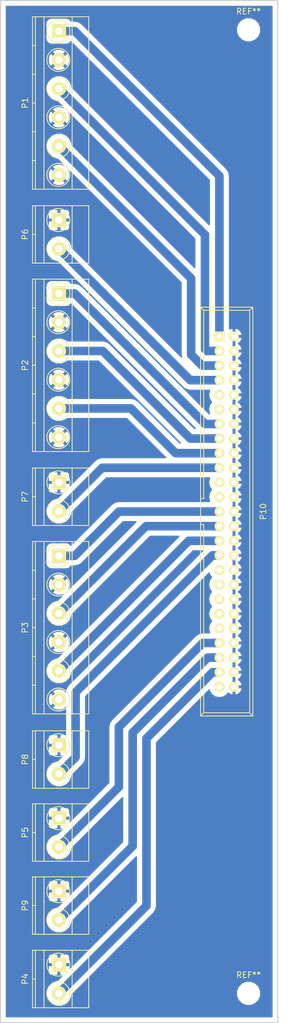
<source format=kicad_pcb>
(kicad_pcb (version 4) (host pcbnew 4.0.1-stable)

  (general
    (links 54)
    (no_connects 0)
    (area 88.94 15.139999 144.952143 193.140001)
    (thickness 1.6)
    (drawings 4)
    (tracks 55)
    (zones 0)
    (modules 12)
    (nets 17)
  )

  (page A4)
  (layers
    (0 F.Cu signal)
    (31 B.Cu signal)
    (32 B.Adhes user)
    (33 F.Adhes user)
    (34 B.Paste user)
    (35 F.Paste user)
    (36 B.SilkS user)
    (37 F.SilkS user)
    (38 B.Mask user)
    (39 F.Mask user)
    (40 Dwgs.User user)
    (41 Cmts.User user)
    (42 Eco1.User user)
    (43 Eco2.User user)
    (44 Edge.Cuts user)
    (45 Margin user)
    (46 B.CrtYd user)
    (47 F.CrtYd user)
    (48 B.Fab user)
    (49 F.Fab user)
  )

  (setup
    (last_trace_width 1.5)
    (trace_clearance 0.9)
    (zone_clearance 0.8)
    (zone_45_only no)
    (trace_min 0.2)
    (segment_width 0.2)
    (edge_width 0.2)
    (via_size 0.6)
    (via_drill 0.4)
    (via_min_size 0.4)
    (via_min_drill 0.3)
    (uvia_size 0.3)
    (uvia_drill 0.1)
    (uvias_allowed no)
    (uvia_min_size 0.2)
    (uvia_min_drill 0.1)
    (pcb_text_width 0.3)
    (pcb_text_size 1.5 1.5)
    (mod_edge_width 0.15)
    (mod_text_size 1 1)
    (mod_text_width 0.15)
    (pad_size 1.524 1.524)
    (pad_drill 0.762)
    (pad_to_mask_clearance 0.2)
    (aux_axis_origin 0 0)
    (visible_elements 7FFFFFFF)
    (pcbplotparams
      (layerselection 0x00030_80000001)
      (usegerberextensions false)
      (excludeedgelayer true)
      (linewidth 0.100000)
      (plotframeref false)
      (viasonmask false)
      (mode 1)
      (useauxorigin false)
      (hpglpennumber 1)
      (hpglpenspeed 20)
      (hpglpendiameter 15)
      (hpglpenoverlay 2)
      (psnegative false)
      (psa4output false)
      (plotreference true)
      (plotvalue true)
      (plotinvisibletext false)
      (padsonsilk false)
      (subtractmaskfromsilk false)
      (outputformat 1)
      (mirror false)
      (drillshape 1)
      (scaleselection 1)
      (outputdirectory ""))
  )

  (net 0 "")
  (net 1 GND)
  (net 2 ENA_X)
  (net 3 DIR_X)
  (net 4 STEP_X)
  (net 5 ENA_Y)
  (net 6 DIR_Y)
  (net 7 STEP_Y)
  (net 8 ENA_Z)
  (net 9 DIR_Z)
  (net 10 STEP_Z)
  (net 11 ESTOP_IN)
  (net 12 PROBE_IN)
  (net 13 HOME_X)
  (net 14 HOME_Y)
  (net 15 HOME_Z)
  (net 16 ESTOP_OUT)

  (net_class Default "Toto je výchozí třída sítě."
    (clearance 0.9)
    (trace_width 1.5)
    (via_dia 0.6)
    (via_drill 0.4)
    (uvia_dia 0.3)
    (uvia_drill 0.1)
    (add_net DIR_X)
    (add_net DIR_Y)
    (add_net DIR_Z)
    (add_net ENA_X)
    (add_net ENA_Y)
    (add_net ENA_Z)
    (add_net ESTOP_IN)
    (add_net ESTOP_OUT)
    (add_net GND)
    (add_net HOME_X)
    (add_net HOME_Y)
    (add_net HOME_Z)
    (add_net PROBE_IN)
    (add_net STEP_X)
    (add_net STEP_Y)
    (add_net STEP_Z)
  )

  (module Terminal_Blocks:TerminalBlock_Pheonix_MKDS1.5-6pol (layer F.Cu) (tedit 563008B5) (tstamp 56E40F5D)
    (at 25.1 114.84 270)
    (descr "6-way 5mm pitch terminal block, Phoenix MKDS series")
    (path /56E40822)
    (fp_text reference P3 (at 12.5 5.9 270) (layer F.SilkS)
      (effects (font (size 1 1) (thickness 0.15)))
    )
    (fp_text value CONN_01X06 (at 12.5 -6.6 270) (layer F.Fab)
      (effects (font (size 1 1) (thickness 0.15)))
    )
    (fp_line (start -2.7 -5.4) (end 27.7 -5.4) (layer F.CrtYd) (width 0.05))
    (fp_line (start -2.7 4.8) (end -2.7 -5.4) (layer F.CrtYd) (width 0.05))
    (fp_line (start 27.7 4.8) (end -2.7 4.8) (layer F.CrtYd) (width 0.05))
    (fp_line (start 27.7 -5.4) (end 27.7 4.8) (layer F.CrtYd) (width 0.05))
    (fp_circle (center 25 0.1) (end 23 0.1) (layer F.SilkS) (width 0.15))
    (fp_line (start 22.5 4.1) (end 22.5 4.6) (layer F.SilkS) (width 0.15))
    (fp_line (start 17.5 4.1) (end 17.5 4.6) (layer F.SilkS) (width 0.15))
    (fp_circle (center 20 0.1) (end 18 0.1) (layer F.SilkS) (width 0.15))
    (fp_line (start 12.5 4.1) (end 12.5 4.6) (layer F.SilkS) (width 0.15))
    (fp_circle (center 15 0.1) (end 13 0.1) (layer F.SilkS) (width 0.15))
    (fp_circle (center 10 0.1) (end 8 0.1) (layer F.SilkS) (width 0.15))
    (fp_line (start 7.5 4.1) (end 7.5 4.6) (layer F.SilkS) (width 0.15))
    (fp_line (start 2.5 4.1) (end 2.5 4.6) (layer F.SilkS) (width 0.15))
    (fp_circle (center 5 0.1) (end 3 0.1) (layer F.SilkS) (width 0.15))
    (fp_circle (center 0 0.1) (end 2 0.1) (layer F.SilkS) (width 0.15))
    (fp_line (start -2.5 2.6) (end 27.5 2.6) (layer F.SilkS) (width 0.15))
    (fp_line (start -2.5 -2.3) (end 27.5 -2.3) (layer F.SilkS) (width 0.15))
    (fp_line (start -2.5 4.1) (end 27.5 4.1) (layer F.SilkS) (width 0.15))
    (fp_line (start -2.5 4.6) (end 27.5 4.6) (layer F.SilkS) (width 0.15))
    (fp_line (start 27.5 4.6) (end 27.5 -5.2) (layer F.SilkS) (width 0.15))
    (fp_line (start 27.5 -5.2) (end -2.5 -5.2) (layer F.SilkS) (width 0.15))
    (fp_line (start -2.5 -5.2) (end -2.5 4.6) (layer F.SilkS) (width 0.15))
    (pad 6 thru_hole circle (at 25 0 270) (size 2.5 2.5) (drill 1.3) (layers *.Cu *.Mask F.SilkS)
      (net 1 GND))
    (pad 5 thru_hole circle (at 20 0 270) (size 2.5 2.5) (drill 1.3) (layers *.Cu *.Mask F.SilkS)
      (net 8 ENA_Z))
    (pad 4 thru_hole circle (at 15 0 270) (size 2.5 2.5) (drill 1.3) (layers *.Cu *.Mask F.SilkS)
      (net 1 GND))
    (pad 3 thru_hole circle (at 10 0 270) (size 2.5 2.5) (drill 1.3) (layers *.Cu *.Mask F.SilkS)
      (net 9 DIR_Z))
    (pad 1 thru_hole rect (at 0 0 270) (size 2.5 2.5) (drill 1.3) (layers *.Cu *.Mask F.SilkS)
      (net 10 STEP_Z))
    (pad 2 thru_hole circle (at 5 0 270) (size 2.5 2.5) (drill 1.3) (layers *.Cu *.Mask F.SilkS)
      (net 1 GND))
    (model Terminal_Blocks.3dshapes/TerminalBlock_Pheonix_MKDS1.5-6pol.wrl
      (at (xyz 0.4921 0 0))
      (scale (xyz 1 1 1))
      (rotate (xyz 0 0 0))
    )
  )

  (module Terminal_Blocks:TerminalBlock_Pheonix_MKDS1.5-6pol (layer F.Cu) (tedit 563008B5) (tstamp 56E40F1D)
    (at 25.1 23.56 270)
    (descr "6-way 5mm pitch terminal block, Phoenix MKDS series")
    (path /56E4070C)
    (fp_text reference P1 (at 12.5 5.9 270) (layer F.SilkS)
      (effects (font (size 1 1) (thickness 0.15)))
    )
    (fp_text value CONN_01X06 (at 12.5 -6.6 270) (layer F.Fab)
      (effects (font (size 1 1) (thickness 0.15)))
    )
    (fp_line (start -2.7 -5.4) (end 27.7 -5.4) (layer F.CrtYd) (width 0.05))
    (fp_line (start -2.7 4.8) (end -2.7 -5.4) (layer F.CrtYd) (width 0.05))
    (fp_line (start 27.7 4.8) (end -2.7 4.8) (layer F.CrtYd) (width 0.05))
    (fp_line (start 27.7 -5.4) (end 27.7 4.8) (layer F.CrtYd) (width 0.05))
    (fp_circle (center 25 0.1) (end 23 0.1) (layer F.SilkS) (width 0.15))
    (fp_line (start 22.5 4.1) (end 22.5 4.6) (layer F.SilkS) (width 0.15))
    (fp_line (start 17.5 4.1) (end 17.5 4.6) (layer F.SilkS) (width 0.15))
    (fp_circle (center 20 0.1) (end 18 0.1) (layer F.SilkS) (width 0.15))
    (fp_line (start 12.5 4.1) (end 12.5 4.6) (layer F.SilkS) (width 0.15))
    (fp_circle (center 15 0.1) (end 13 0.1) (layer F.SilkS) (width 0.15))
    (fp_circle (center 10 0.1) (end 8 0.1) (layer F.SilkS) (width 0.15))
    (fp_line (start 7.5 4.1) (end 7.5 4.6) (layer F.SilkS) (width 0.15))
    (fp_line (start 2.5 4.1) (end 2.5 4.6) (layer F.SilkS) (width 0.15))
    (fp_circle (center 5 0.1) (end 3 0.1) (layer F.SilkS) (width 0.15))
    (fp_circle (center 0 0.1) (end 2 0.1) (layer F.SilkS) (width 0.15))
    (fp_line (start -2.5 2.6) (end 27.5 2.6) (layer F.SilkS) (width 0.15))
    (fp_line (start -2.5 -2.3) (end 27.5 -2.3) (layer F.SilkS) (width 0.15))
    (fp_line (start -2.5 4.1) (end 27.5 4.1) (layer F.SilkS) (width 0.15))
    (fp_line (start -2.5 4.6) (end 27.5 4.6) (layer F.SilkS) (width 0.15))
    (fp_line (start 27.5 4.6) (end 27.5 -5.2) (layer F.SilkS) (width 0.15))
    (fp_line (start 27.5 -5.2) (end -2.5 -5.2) (layer F.SilkS) (width 0.15))
    (fp_line (start -2.5 -5.2) (end -2.5 4.6) (layer F.SilkS) (width 0.15))
    (pad 6 thru_hole circle (at 25 0 270) (size 2.5 2.5) (drill 1.3) (layers *.Cu *.Mask F.SilkS)
      (net 1 GND))
    (pad 5 thru_hole circle (at 20 0 270) (size 2.5 2.5) (drill 1.3) (layers *.Cu *.Mask F.SilkS)
      (net 2 ENA_X))
    (pad 4 thru_hole circle (at 15 0 270) (size 2.5 2.5) (drill 1.3) (layers *.Cu *.Mask F.SilkS)
      (net 1 GND))
    (pad 3 thru_hole circle (at 10 0 270) (size 2.5 2.5) (drill 1.3) (layers *.Cu *.Mask F.SilkS)
      (net 3 DIR_X))
    (pad 1 thru_hole rect (at 0 0 270) (size 2.5 2.5) (drill 1.3) (layers *.Cu *.Mask F.SilkS)
      (net 4 STEP_X))
    (pad 2 thru_hole circle (at 5 0 270) (size 2.5 2.5) (drill 1.3) (layers *.Cu *.Mask F.SilkS)
      (net 1 GND))
    (model Terminal_Blocks.3dshapes/TerminalBlock_Pheonix_MKDS1.5-6pol.wrl
      (at (xyz 0.4921 0 0))
      (scale (xyz 1 1 1))
      (rotate (xyz 0 0 0))
    )
  )

  (module Terminal_Blocks:TerminalBlock_Pheonix_MKDS1.5-6pol (layer F.Cu) (tedit 563008B5) (tstamp 56E40F3D)
    (at 25.1 69.2 270)
    (descr "6-way 5mm pitch terminal block, Phoenix MKDS series")
    (path /56E407BC)
    (fp_text reference P2 (at 12.5 5.9 270) (layer F.SilkS)
      (effects (font (size 1 1) (thickness 0.15)))
    )
    (fp_text value CONN_01X06 (at 12.5 -6.6 270) (layer F.Fab)
      (effects (font (size 1 1) (thickness 0.15)))
    )
    (fp_line (start -2.7 -5.4) (end 27.7 -5.4) (layer F.CrtYd) (width 0.05))
    (fp_line (start -2.7 4.8) (end -2.7 -5.4) (layer F.CrtYd) (width 0.05))
    (fp_line (start 27.7 4.8) (end -2.7 4.8) (layer F.CrtYd) (width 0.05))
    (fp_line (start 27.7 -5.4) (end 27.7 4.8) (layer F.CrtYd) (width 0.05))
    (fp_circle (center 25 0.1) (end 23 0.1) (layer F.SilkS) (width 0.15))
    (fp_line (start 22.5 4.1) (end 22.5 4.6) (layer F.SilkS) (width 0.15))
    (fp_line (start 17.5 4.1) (end 17.5 4.6) (layer F.SilkS) (width 0.15))
    (fp_circle (center 20 0.1) (end 18 0.1) (layer F.SilkS) (width 0.15))
    (fp_line (start 12.5 4.1) (end 12.5 4.6) (layer F.SilkS) (width 0.15))
    (fp_circle (center 15 0.1) (end 13 0.1) (layer F.SilkS) (width 0.15))
    (fp_circle (center 10 0.1) (end 8 0.1) (layer F.SilkS) (width 0.15))
    (fp_line (start 7.5 4.1) (end 7.5 4.6) (layer F.SilkS) (width 0.15))
    (fp_line (start 2.5 4.1) (end 2.5 4.6) (layer F.SilkS) (width 0.15))
    (fp_circle (center 5 0.1) (end 3 0.1) (layer F.SilkS) (width 0.15))
    (fp_circle (center 0 0.1) (end 2 0.1) (layer F.SilkS) (width 0.15))
    (fp_line (start -2.5 2.6) (end 27.5 2.6) (layer F.SilkS) (width 0.15))
    (fp_line (start -2.5 -2.3) (end 27.5 -2.3) (layer F.SilkS) (width 0.15))
    (fp_line (start -2.5 4.1) (end 27.5 4.1) (layer F.SilkS) (width 0.15))
    (fp_line (start -2.5 4.6) (end 27.5 4.6) (layer F.SilkS) (width 0.15))
    (fp_line (start 27.5 4.6) (end 27.5 -5.2) (layer F.SilkS) (width 0.15))
    (fp_line (start 27.5 -5.2) (end -2.5 -5.2) (layer F.SilkS) (width 0.15))
    (fp_line (start -2.5 -5.2) (end -2.5 4.6) (layer F.SilkS) (width 0.15))
    (pad 6 thru_hole circle (at 25 0 270) (size 2.5 2.5) (drill 1.3) (layers *.Cu *.Mask F.SilkS)
      (net 1 GND))
    (pad 5 thru_hole circle (at 20 0 270) (size 2.5 2.5) (drill 1.3) (layers *.Cu *.Mask F.SilkS)
      (net 5 ENA_Y))
    (pad 4 thru_hole circle (at 15 0 270) (size 2.5 2.5) (drill 1.3) (layers *.Cu *.Mask F.SilkS)
      (net 1 GND))
    (pad 3 thru_hole circle (at 10 0 270) (size 2.5 2.5) (drill 1.3) (layers *.Cu *.Mask F.SilkS)
      (net 6 DIR_Y))
    (pad 1 thru_hole rect (at 0 0 270) (size 2.5 2.5) (drill 1.3) (layers *.Cu *.Mask F.SilkS)
      (net 7 STEP_Y))
    (pad 2 thru_hole circle (at 5 0 270) (size 2.5 2.5) (drill 1.3) (layers *.Cu *.Mask F.SilkS)
      (net 1 GND))
    (model Terminal_Blocks.3dshapes/TerminalBlock_Pheonix_MKDS1.5-6pol.wrl
      (at (xyz 0.4921 0 0))
      (scale (xyz 1 1 1))
      (rotate (xyz 0 0 0))
    )
  )

  (module Terminal_Blocks:TerminalBlock_Pheonix_MKDS1.5-2pol (layer F.Cu) (tedit 563007E4) (tstamp 56E40F71)
    (at 25.1 185.96 270)
    (descr "2-way 5mm pitch terminal block, Phoenix MKDS series")
    (path /56E47488)
    (fp_text reference P4 (at 2.5 5.9 270) (layer F.SilkS)
      (effects (font (size 1 1) (thickness 0.15)))
    )
    (fp_text value CONN_01X02 (at 2.5 -6.6 270) (layer F.Fab)
      (effects (font (size 1 1) (thickness 0.15)))
    )
    (fp_line (start -2.7 -5.4) (end 7.7 -5.4) (layer F.CrtYd) (width 0.05))
    (fp_line (start -2.7 4.8) (end -2.7 -5.4) (layer F.CrtYd) (width 0.05))
    (fp_line (start 7.7 4.8) (end -2.7 4.8) (layer F.CrtYd) (width 0.05))
    (fp_line (start 7.7 -5.4) (end 7.7 4.8) (layer F.CrtYd) (width 0.05))
    (fp_line (start 2.5 4.1) (end 2.5 4.6) (layer F.SilkS) (width 0.15))
    (fp_circle (center 5 0.1) (end 3 0.1) (layer F.SilkS) (width 0.15))
    (fp_circle (center 0 0.1) (end 2 0.1) (layer F.SilkS) (width 0.15))
    (fp_line (start -2.5 2.6) (end 7.5 2.6) (layer F.SilkS) (width 0.15))
    (fp_line (start -2.5 -2.3) (end 7.5 -2.3) (layer F.SilkS) (width 0.15))
    (fp_line (start -2.5 4.1) (end 7.5 4.1) (layer F.SilkS) (width 0.15))
    (fp_line (start -2.5 4.6) (end 7.5 4.6) (layer F.SilkS) (width 0.15))
    (fp_line (start 7.5 4.6) (end 7.5 -5.2) (layer F.SilkS) (width 0.15))
    (fp_line (start 7.5 -5.2) (end -2.5 -5.2) (layer F.SilkS) (width 0.15))
    (fp_line (start -2.5 -5.2) (end -2.5 4.6) (layer F.SilkS) (width 0.15))
    (pad 1 thru_hole rect (at 0 0 270) (size 2.5 2.5) (drill 1.3) (layers *.Cu *.Mask F.SilkS)
      (net 1 GND))
    (pad 2 thru_hole circle (at 5 0 270) (size 2.5 2.5) (drill 1.3) (layers *.Cu *.Mask F.SilkS)
      (net 11 ESTOP_IN))
    (model Terminal_Blocks.3dshapes/TerminalBlock_Pheonix_MKDS1.5-2pol.wrl
      (at (xyz 0.0984 0 0))
      (scale (xyz 1 1 1))
      (rotate (xyz 0 0 0))
    )
  )

  (module Terminal_Blocks:TerminalBlock_Pheonix_MKDS1.5-2pol (layer F.Cu) (tedit 563007E4) (tstamp 56E40F85)
    (at 25.1 160.48 270)
    (descr "2-way 5mm pitch terminal block, Phoenix MKDS series")
    (path /56E48E12)
    (fp_text reference P5 (at 2.5 5.9 270) (layer F.SilkS)
      (effects (font (size 1 1) (thickness 0.15)))
    )
    (fp_text value CONN_01X02 (at 2.5 -6.6 270) (layer F.Fab)
      (effects (font (size 1 1) (thickness 0.15)))
    )
    (fp_line (start -2.7 -5.4) (end 7.7 -5.4) (layer F.CrtYd) (width 0.05))
    (fp_line (start -2.7 4.8) (end -2.7 -5.4) (layer F.CrtYd) (width 0.05))
    (fp_line (start 7.7 4.8) (end -2.7 4.8) (layer F.CrtYd) (width 0.05))
    (fp_line (start 7.7 -5.4) (end 7.7 4.8) (layer F.CrtYd) (width 0.05))
    (fp_line (start 2.5 4.1) (end 2.5 4.6) (layer F.SilkS) (width 0.15))
    (fp_circle (center 5 0.1) (end 3 0.1) (layer F.SilkS) (width 0.15))
    (fp_circle (center 0 0.1) (end 2 0.1) (layer F.SilkS) (width 0.15))
    (fp_line (start -2.5 2.6) (end 7.5 2.6) (layer F.SilkS) (width 0.15))
    (fp_line (start -2.5 -2.3) (end 7.5 -2.3) (layer F.SilkS) (width 0.15))
    (fp_line (start -2.5 4.1) (end 7.5 4.1) (layer F.SilkS) (width 0.15))
    (fp_line (start -2.5 4.6) (end 7.5 4.6) (layer F.SilkS) (width 0.15))
    (fp_line (start 7.5 4.6) (end 7.5 -5.2) (layer F.SilkS) (width 0.15))
    (fp_line (start 7.5 -5.2) (end -2.5 -5.2) (layer F.SilkS) (width 0.15))
    (fp_line (start -2.5 -5.2) (end -2.5 4.6) (layer F.SilkS) (width 0.15))
    (pad 1 thru_hole rect (at 0 0 270) (size 2.5 2.5) (drill 1.3) (layers *.Cu *.Mask F.SilkS)
      (net 1 GND))
    (pad 2 thru_hole circle (at 5 0 270) (size 2.5 2.5) (drill 1.3) (layers *.Cu *.Mask F.SilkS)
      (net 12 PROBE_IN))
    (model Terminal_Blocks.3dshapes/TerminalBlock_Pheonix_MKDS1.5-2pol.wrl
      (at (xyz 0.0984 0 0))
      (scale (xyz 1 1 1))
      (rotate (xyz 0 0 0))
    )
  )

  (module Terminal_Blocks:TerminalBlock_Pheonix_MKDS1.5-2pol (layer F.Cu) (tedit 563007E4) (tstamp 56E40F99)
    (at 25.1 56.42 270)
    (descr "2-way 5mm pitch terminal block, Phoenix MKDS series")
    (path /56E42F74)
    (fp_text reference P6 (at 2.5 5.9 270) (layer F.SilkS)
      (effects (font (size 1 1) (thickness 0.15)))
    )
    (fp_text value CONN_01X02 (at 2.5 -6.6 270) (layer F.Fab)
      (effects (font (size 1 1) (thickness 0.15)))
    )
    (fp_line (start -2.7 -5.4) (end 7.7 -5.4) (layer F.CrtYd) (width 0.05))
    (fp_line (start -2.7 4.8) (end -2.7 -5.4) (layer F.CrtYd) (width 0.05))
    (fp_line (start 7.7 4.8) (end -2.7 4.8) (layer F.CrtYd) (width 0.05))
    (fp_line (start 7.7 -5.4) (end 7.7 4.8) (layer F.CrtYd) (width 0.05))
    (fp_line (start 2.5 4.1) (end 2.5 4.6) (layer F.SilkS) (width 0.15))
    (fp_circle (center 5 0.1) (end 3 0.1) (layer F.SilkS) (width 0.15))
    (fp_circle (center 0 0.1) (end 2 0.1) (layer F.SilkS) (width 0.15))
    (fp_line (start -2.5 2.6) (end 7.5 2.6) (layer F.SilkS) (width 0.15))
    (fp_line (start -2.5 -2.3) (end 7.5 -2.3) (layer F.SilkS) (width 0.15))
    (fp_line (start -2.5 4.1) (end 7.5 4.1) (layer F.SilkS) (width 0.15))
    (fp_line (start -2.5 4.6) (end 7.5 4.6) (layer F.SilkS) (width 0.15))
    (fp_line (start 7.5 4.6) (end 7.5 -5.2) (layer F.SilkS) (width 0.15))
    (fp_line (start 7.5 -5.2) (end -2.5 -5.2) (layer F.SilkS) (width 0.15))
    (fp_line (start -2.5 -5.2) (end -2.5 4.6) (layer F.SilkS) (width 0.15))
    (pad 1 thru_hole rect (at 0 0 270) (size 2.5 2.5) (drill 1.3) (layers *.Cu *.Mask F.SilkS)
      (net 1 GND))
    (pad 2 thru_hole circle (at 5 0 270) (size 2.5 2.5) (drill 1.3) (layers *.Cu *.Mask F.SilkS)
      (net 13 HOME_X))
    (model Terminal_Blocks.3dshapes/TerminalBlock_Pheonix_MKDS1.5-2pol.wrl
      (at (xyz 0.0984 0 0))
      (scale (xyz 1 1 1))
      (rotate (xyz 0 0 0))
    )
  )

  (module Terminal_Blocks:TerminalBlock_Pheonix_MKDS1.5-2pol (layer F.Cu) (tedit 563007E4) (tstamp 56E40FAD)
    (at 25.1 102.06 270)
    (descr "2-way 5mm pitch terminal block, Phoenix MKDS series")
    (path /56E430D9)
    (fp_text reference P7 (at 2.5 5.9 270) (layer F.SilkS)
      (effects (font (size 1 1) (thickness 0.15)))
    )
    (fp_text value CONN_01X02 (at 2.5 -6.6 270) (layer F.Fab)
      (effects (font (size 1 1) (thickness 0.15)))
    )
    (fp_line (start -2.7 -5.4) (end 7.7 -5.4) (layer F.CrtYd) (width 0.05))
    (fp_line (start -2.7 4.8) (end -2.7 -5.4) (layer F.CrtYd) (width 0.05))
    (fp_line (start 7.7 4.8) (end -2.7 4.8) (layer F.CrtYd) (width 0.05))
    (fp_line (start 7.7 -5.4) (end 7.7 4.8) (layer F.CrtYd) (width 0.05))
    (fp_line (start 2.5 4.1) (end 2.5 4.6) (layer F.SilkS) (width 0.15))
    (fp_circle (center 5 0.1) (end 3 0.1) (layer F.SilkS) (width 0.15))
    (fp_circle (center 0 0.1) (end 2 0.1) (layer F.SilkS) (width 0.15))
    (fp_line (start -2.5 2.6) (end 7.5 2.6) (layer F.SilkS) (width 0.15))
    (fp_line (start -2.5 -2.3) (end 7.5 -2.3) (layer F.SilkS) (width 0.15))
    (fp_line (start -2.5 4.1) (end 7.5 4.1) (layer F.SilkS) (width 0.15))
    (fp_line (start -2.5 4.6) (end 7.5 4.6) (layer F.SilkS) (width 0.15))
    (fp_line (start 7.5 4.6) (end 7.5 -5.2) (layer F.SilkS) (width 0.15))
    (fp_line (start 7.5 -5.2) (end -2.5 -5.2) (layer F.SilkS) (width 0.15))
    (fp_line (start -2.5 -5.2) (end -2.5 4.6) (layer F.SilkS) (width 0.15))
    (pad 1 thru_hole rect (at 0 0 270) (size 2.5 2.5) (drill 1.3) (layers *.Cu *.Mask F.SilkS)
      (net 1 GND))
    (pad 2 thru_hole circle (at 5 0 270) (size 2.5 2.5) (drill 1.3) (layers *.Cu *.Mask F.SilkS)
      (net 14 HOME_Y))
    (model Terminal_Blocks.3dshapes/TerminalBlock_Pheonix_MKDS1.5-2pol.wrl
      (at (xyz 0.0984 0 0))
      (scale (xyz 1 1 1))
      (rotate (xyz 0 0 0))
    )
  )

  (module Terminal_Blocks:TerminalBlock_Pheonix_MKDS1.5-2pol (layer F.Cu) (tedit 563007E4) (tstamp 56E40FC1)
    (at 25.1 147.78 270)
    (descr "2-way 5mm pitch terminal block, Phoenix MKDS series")
    (path /56E43119)
    (fp_text reference P8 (at 2.5 5.9 270) (layer F.SilkS)
      (effects (font (size 1 1) (thickness 0.15)))
    )
    (fp_text value CONN_01X02 (at 2.5 -6.6 270) (layer F.Fab)
      (effects (font (size 1 1) (thickness 0.15)))
    )
    (fp_line (start -2.7 -5.4) (end 7.7 -5.4) (layer F.CrtYd) (width 0.05))
    (fp_line (start -2.7 4.8) (end -2.7 -5.4) (layer F.CrtYd) (width 0.05))
    (fp_line (start 7.7 4.8) (end -2.7 4.8) (layer F.CrtYd) (width 0.05))
    (fp_line (start 7.7 -5.4) (end 7.7 4.8) (layer F.CrtYd) (width 0.05))
    (fp_line (start 2.5 4.1) (end 2.5 4.6) (layer F.SilkS) (width 0.15))
    (fp_circle (center 5 0.1) (end 3 0.1) (layer F.SilkS) (width 0.15))
    (fp_circle (center 0 0.1) (end 2 0.1) (layer F.SilkS) (width 0.15))
    (fp_line (start -2.5 2.6) (end 7.5 2.6) (layer F.SilkS) (width 0.15))
    (fp_line (start -2.5 -2.3) (end 7.5 -2.3) (layer F.SilkS) (width 0.15))
    (fp_line (start -2.5 4.1) (end 7.5 4.1) (layer F.SilkS) (width 0.15))
    (fp_line (start -2.5 4.6) (end 7.5 4.6) (layer F.SilkS) (width 0.15))
    (fp_line (start 7.5 4.6) (end 7.5 -5.2) (layer F.SilkS) (width 0.15))
    (fp_line (start 7.5 -5.2) (end -2.5 -5.2) (layer F.SilkS) (width 0.15))
    (fp_line (start -2.5 -5.2) (end -2.5 4.6) (layer F.SilkS) (width 0.15))
    (pad 1 thru_hole rect (at 0 0 270) (size 2.5 2.5) (drill 1.3) (layers *.Cu *.Mask F.SilkS)
      (net 1 GND))
    (pad 2 thru_hole circle (at 5 0 270) (size 2.5 2.5) (drill 1.3) (layers *.Cu *.Mask F.SilkS)
      (net 15 HOME_Z))
    (model Terminal_Blocks.3dshapes/TerminalBlock_Pheonix_MKDS1.5-2pol.wrl
      (at (xyz 0.0984 0 0))
      (scale (xyz 1 1 1))
      (rotate (xyz 0 0 0))
    )
  )

  (module Terminal_Blocks:TerminalBlock_Pheonix_MKDS1.5-2pol (layer F.Cu) (tedit 563007E4) (tstamp 56E40FD5)
    (at 25.1 173.18 270)
    (descr "2-way 5mm pitch terminal block, Phoenix MKDS series")
    (path /56E48B1D)
    (fp_text reference P9 (at 2.5 5.9 270) (layer F.SilkS)
      (effects (font (size 1 1) (thickness 0.15)))
    )
    (fp_text value CONN_01X02 (at 2.5 -6.6 270) (layer F.Fab)
      (effects (font (size 1 1) (thickness 0.15)))
    )
    (fp_line (start -2.7 -5.4) (end 7.7 -5.4) (layer F.CrtYd) (width 0.05))
    (fp_line (start -2.7 4.8) (end -2.7 -5.4) (layer F.CrtYd) (width 0.05))
    (fp_line (start 7.7 4.8) (end -2.7 4.8) (layer F.CrtYd) (width 0.05))
    (fp_line (start 7.7 -5.4) (end 7.7 4.8) (layer F.CrtYd) (width 0.05))
    (fp_line (start 2.5 4.1) (end 2.5 4.6) (layer F.SilkS) (width 0.15))
    (fp_circle (center 5 0.1) (end 3 0.1) (layer F.SilkS) (width 0.15))
    (fp_circle (center 0 0.1) (end 2 0.1) (layer F.SilkS) (width 0.15))
    (fp_line (start -2.5 2.6) (end 7.5 2.6) (layer F.SilkS) (width 0.15))
    (fp_line (start -2.5 -2.3) (end 7.5 -2.3) (layer F.SilkS) (width 0.15))
    (fp_line (start -2.5 4.1) (end 7.5 4.1) (layer F.SilkS) (width 0.15))
    (fp_line (start -2.5 4.6) (end 7.5 4.6) (layer F.SilkS) (width 0.15))
    (fp_line (start 7.5 4.6) (end 7.5 -5.2) (layer F.SilkS) (width 0.15))
    (fp_line (start 7.5 -5.2) (end -2.5 -5.2) (layer F.SilkS) (width 0.15))
    (fp_line (start -2.5 -5.2) (end -2.5 4.6) (layer F.SilkS) (width 0.15))
    (pad 1 thru_hole rect (at 0 0 270) (size 2.5 2.5) (drill 1.3) (layers *.Cu *.Mask F.SilkS)
      (net 1 GND))
    (pad 2 thru_hole circle (at 5 0 270) (size 2.5 2.5) (drill 1.3) (layers *.Cu *.Mask F.SilkS)
      (net 16 ESTOP_OUT))
    (model Terminal_Blocks.3dshapes/TerminalBlock_Pheonix_MKDS1.5-2pol.wrl
      (at (xyz 0.0984 0 0))
      (scale (xyz 1 1 1))
      (rotate (xyz 0 0 0))
    )
  )

  (module Connect:IDC_Header_Straight_50pins (layer F.Cu) (tedit 0) (tstamp 56E4101E)
    (at 53.04 76.66 270)
    (descr "50 pins through hole IDC header")
    (tags "IDC header socket VASCH")
    (path /56E3FABF)
    (fp_text reference P10 (at 30.48 -7.62 270) (layer F.SilkS)
      (effects (font (size 1 1) (thickness 0.15)))
    )
    (fp_text value CONN_02X25 (at 30.48 5.223 270) (layer F.Fab)
      (effects (font (size 1 1) (thickness 0.15)))
    )
    (fp_line (start -5.08 -5.82) (end 66.04 -5.82) (layer F.SilkS) (width 0.15))
    (fp_line (start -4.54 -5.27) (end 65.48 -5.27) (layer F.SilkS) (width 0.15))
    (fp_line (start -5.08 3.28) (end 66.04 3.28) (layer F.SilkS) (width 0.15))
    (fp_line (start -4.54 2.73) (end 28.23 2.73) (layer F.SilkS) (width 0.15))
    (fp_line (start 32.73 2.73) (end 65.48 2.73) (layer F.SilkS) (width 0.15))
    (fp_line (start 28.23 2.73) (end 28.23 3.28) (layer F.SilkS) (width 0.15))
    (fp_line (start 32.73 2.73) (end 32.73 3.28) (layer F.SilkS) (width 0.15))
    (fp_line (start -5.08 -5.82) (end -5.08 3.28) (layer F.SilkS) (width 0.15))
    (fp_line (start -4.54 -5.27) (end -4.54 2.73) (layer F.SilkS) (width 0.15))
    (fp_line (start 66.04 -5.82) (end 66.04 3.28) (layer F.SilkS) (width 0.15))
    (fp_line (start 65.48 -5.27) (end 65.48 2.73) (layer F.SilkS) (width 0.15))
    (fp_line (start -5.08 -5.82) (end -4.54 -5.27) (layer F.SilkS) (width 0.15))
    (fp_line (start 66.04 -5.82) (end 65.48 -5.27) (layer F.SilkS) (width 0.15))
    (fp_line (start -5.08 3.28) (end -4.54 2.73) (layer F.SilkS) (width 0.15))
    (fp_line (start 66.04 3.28) (end 65.48 2.73) (layer F.SilkS) (width 0.15))
    (fp_line (start -5.35 -6.05) (end 66.3 -6.05) (layer F.CrtYd) (width 0.05))
    (fp_line (start 66.3 -6.05) (end 66.3 3.55) (layer F.CrtYd) (width 0.05))
    (fp_line (start 66.3 3.55) (end -5.35 3.55) (layer F.CrtYd) (width 0.05))
    (fp_line (start -5.35 3.55) (end -5.35 -6.05) (layer F.CrtYd) (width 0.05))
    (pad 1 thru_hole rect (at 0 0 270) (size 1.7272 1.7272) (drill 1.016) (layers *.Cu *.Mask F.SilkS)
      (net 4 STEP_X))
    (pad 2 thru_hole oval (at 0 -2.54 270) (size 1.7272 1.7272) (drill 1.016) (layers *.Cu *.Mask F.SilkS)
      (net 1 GND))
    (pad 3 thru_hole oval (at 2.54 0 270) (size 1.7272 1.7272) (drill 1.016) (layers *.Cu *.Mask F.SilkS)
      (net 3 DIR_X))
    (pad 4 thru_hole oval (at 2.54 -2.54 270) (size 1.7272 1.7272) (drill 1.016) (layers *.Cu *.Mask F.SilkS)
      (net 1 GND))
    (pad 5 thru_hole oval (at 5.08 0 270) (size 1.7272 1.7272) (drill 1.016) (layers *.Cu *.Mask F.SilkS)
      (net 2 ENA_X))
    (pad 6 thru_hole oval (at 5.08 -2.54 270) (size 1.7272 1.7272) (drill 1.016) (layers *.Cu *.Mask F.SilkS)
      (net 1 GND))
    (pad 7 thru_hole oval (at 7.62 0 270) (size 1.7272 1.7272) (drill 1.016) (layers *.Cu *.Mask F.SilkS)
      (net 13 HOME_X))
    (pad 8 thru_hole oval (at 7.62 -2.54 270) (size 1.7272 1.7272) (drill 1.016) (layers *.Cu *.Mask F.SilkS)
      (net 1 GND))
    (pad 9 thru_hole oval (at 10.16 0 270) (size 1.7272 1.7272) (drill 1.016) (layers *.Cu *.Mask F.SilkS))
    (pad 10 thru_hole oval (at 10.16 -2.54 270) (size 1.7272 1.7272) (drill 1.016) (layers *.Cu *.Mask F.SilkS)
      (net 1 GND))
    (pad 11 thru_hole oval (at 12.7 0 270) (size 1.7272 1.7272) (drill 1.016) (layers *.Cu *.Mask F.SilkS))
    (pad 12 thru_hole oval (at 12.7 -2.54 270) (size 1.7272 1.7272) (drill 1.016) (layers *.Cu *.Mask F.SilkS)
      (net 1 GND))
    (pad 13 thru_hole oval (at 15.24 0 270) (size 1.7272 1.7272) (drill 1.016) (layers *.Cu *.Mask F.SilkS)
      (net 7 STEP_Y))
    (pad 14 thru_hole oval (at 15.24 -2.54 270) (size 1.7272 1.7272) (drill 1.016) (layers *.Cu *.Mask F.SilkS)
      (net 1 GND))
    (pad 15 thru_hole oval (at 17.78 0 270) (size 1.7272 1.7272) (drill 1.016) (layers *.Cu *.Mask F.SilkS)
      (net 6 DIR_Y))
    (pad 16 thru_hole oval (at 17.78 -2.54 270) (size 1.7272 1.7272) (drill 1.016) (layers *.Cu *.Mask F.SilkS)
      (net 1 GND))
    (pad 17 thru_hole oval (at 20.32 0 270) (size 1.7272 1.7272) (drill 1.016) (layers *.Cu *.Mask F.SilkS)
      (net 5 ENA_Y))
    (pad 18 thru_hole oval (at 20.32 -2.54 270) (size 1.7272 1.7272) (drill 1.016) (layers *.Cu *.Mask F.SilkS)
      (net 1 GND))
    (pad 19 thru_hole oval (at 22.86 0 270) (size 1.7272 1.7272) (drill 1.016) (layers *.Cu *.Mask F.SilkS)
      (net 14 HOME_Y))
    (pad 20 thru_hole oval (at 22.86 -2.54 270) (size 1.7272 1.7272) (drill 1.016) (layers *.Cu *.Mask F.SilkS)
      (net 1 GND))
    (pad 21 thru_hole oval (at 25.4 0 270) (size 1.7272 1.7272) (drill 1.016) (layers *.Cu *.Mask F.SilkS))
    (pad 22 thru_hole oval (at 25.4 -2.54 270) (size 1.7272 1.7272) (drill 1.016) (layers *.Cu *.Mask F.SilkS)
      (net 1 GND))
    (pad 23 thru_hole oval (at 27.94 0 270) (size 1.7272 1.7272) (drill 1.016) (layers *.Cu *.Mask F.SilkS))
    (pad 24 thru_hole oval (at 27.94 -2.54 270) (size 1.7272 1.7272) (drill 1.016) (layers *.Cu *.Mask F.SilkS)
      (net 1 GND))
    (pad 25 thru_hole oval (at 30.48 0 270) (size 1.7272 1.7272) (drill 1.016) (layers *.Cu *.Mask F.SilkS)
      (net 10 STEP_Z))
    (pad 26 thru_hole oval (at 30.48 -2.54 270) (size 1.7272 1.7272) (drill 1.016) (layers *.Cu *.Mask F.SilkS)
      (net 1 GND))
    (pad 27 thru_hole oval (at 33.02 0 270) (size 1.7272 1.7272) (drill 1.016) (layers *.Cu *.Mask F.SilkS)
      (net 9 DIR_Z))
    (pad 28 thru_hole oval (at 33.02 -2.54 270) (size 1.7272 1.7272) (drill 1.016) (layers *.Cu *.Mask F.SilkS)
      (net 1 GND))
    (pad 29 thru_hole oval (at 35.56 0 270) (size 1.7272 1.7272) (drill 1.016) (layers *.Cu *.Mask F.SilkS)
      (net 8 ENA_Z))
    (pad 30 thru_hole oval (at 35.56 -2.54 270) (size 1.7272 1.7272) (drill 1.016) (layers *.Cu *.Mask F.SilkS)
      (net 1 GND))
    (pad 31 thru_hole oval (at 38.1 0 270) (size 1.7272 1.7272) (drill 1.016) (layers *.Cu *.Mask F.SilkS)
      (net 15 HOME_Z))
    (pad 32 thru_hole oval (at 38.1 -2.54 270) (size 1.7272 1.7272) (drill 1.016) (layers *.Cu *.Mask F.SilkS)
      (net 1 GND))
    (pad 33 thru_hole oval (at 40.64 0 270) (size 1.7272 1.7272) (drill 1.016) (layers *.Cu *.Mask F.SilkS))
    (pad 34 thru_hole oval (at 40.64 -2.54 270) (size 1.7272 1.7272) (drill 1.016) (layers *.Cu *.Mask F.SilkS)
      (net 1 GND))
    (pad 35 thru_hole oval (at 43.18 0 270) (size 1.7272 1.7272) (drill 1.016) (layers *.Cu *.Mask F.SilkS))
    (pad 36 thru_hole oval (at 43.18 -2.54 270) (size 1.7272 1.7272) (drill 1.016) (layers *.Cu *.Mask F.SilkS)
      (net 1 GND))
    (pad 37 thru_hole oval (at 45.72 0 270) (size 1.7272 1.7272) (drill 1.016) (layers *.Cu *.Mask F.SilkS))
    (pad 38 thru_hole oval (at 45.72 -2.54 270) (size 1.7272 1.7272) (drill 1.016) (layers *.Cu *.Mask F.SilkS)
      (net 1 GND))
    (pad 39 thru_hole oval (at 48.26 0 270) (size 1.7272 1.7272) (drill 1.016) (layers *.Cu *.Mask F.SilkS))
    (pad 40 thru_hole oval (at 48.26 -2.54 270) (size 1.7272 1.7272) (drill 1.016) (layers *.Cu *.Mask F.SilkS)
      (net 1 GND))
    (pad 41 thru_hole oval (at 50.8 0 270) (size 1.7272 1.7272) (drill 1.016) (layers *.Cu *.Mask F.SilkS))
    (pad 42 thru_hole oval (at 50.8 -2.54 270) (size 1.7272 1.7272) (drill 1.016) (layers *.Cu *.Mask F.SilkS)
      (net 1 GND))
    (pad 43 thru_hole oval (at 53.34 0 270) (size 1.7272 1.7272) (drill 1.016) (layers *.Cu *.Mask F.SilkS)
      (net 12 PROBE_IN))
    (pad 44 thru_hole oval (at 53.34 -2.54 270) (size 1.7272 1.7272) (drill 1.016) (layers *.Cu *.Mask F.SilkS)
      (net 1 GND))
    (pad 45 thru_hole oval (at 55.88 0 270) (size 1.7272 1.7272) (drill 1.016) (layers *.Cu *.Mask F.SilkS)
      (net 16 ESTOP_OUT))
    (pad 46 thru_hole oval (at 55.88 -2.54 270) (size 1.7272 1.7272) (drill 1.016) (layers *.Cu *.Mask F.SilkS)
      (net 1 GND))
    (pad 47 thru_hole oval (at 58.42 0 270) (size 1.7272 1.7272) (drill 1.016) (layers *.Cu *.Mask F.SilkS)
      (net 11 ESTOP_IN))
    (pad 48 thru_hole oval (at 58.42 -2.54 270) (size 1.7272 1.7272) (drill 1.016) (layers *.Cu *.Mask F.SilkS)
      (net 1 GND))
    (pad 49 thru_hole oval (at 60.96 0 270) (size 1.7272 1.7272) (drill 1.016) (layers *.Cu *.Mask F.SilkS))
    (pad 50 thru_hole oval (at 60.96 -2.54 270) (size 1.7272 1.7272) (drill 1.016) (layers *.Cu *.Mask F.SilkS)
      (net 1 GND))
  )

  (module Mounting_Holes:MountingHole_2.2mm_M2 (layer F.Cu) (tedit 56D1B4CB) (tstamp 56E41CA9)
    (at 58.12 23.32)
    (descr "Mounting Hole 2.2mm, no annular, M2")
    (tags "mounting hole 2.2mm no annular m2")
    (fp_text reference REF** (at 0 -3.2) (layer F.SilkS)
      (effects (font (size 1 1) (thickness 0.15)))
    )
    (fp_text value MountingHole_2.2mm_M2 (at 0 3.2) (layer F.Fab)
      (effects (font (size 1 1) (thickness 0.15)))
    )
    (fp_circle (center 0 0) (end 2.2 0) (layer Cmts.User) (width 0.15))
    (fp_circle (center 0 0) (end 2.45 0) (layer F.CrtYd) (width 0.05))
    (pad 1 np_thru_hole circle (at 0 0) (size 2.2 2.2) (drill 2.2) (layers *.Cu *.Mask F.SilkS))
  )

  (module Mounting_Holes:MountingHole_2.2mm_M2 (layer F.Cu) (tedit 56D1B4CB) (tstamp 56E41CAA)
    (at 58.12 190.96)
    (descr "Mounting Hole 2.2mm, no annular, M2")
    (tags "mounting hole 2.2mm no annular m2")
    (fp_text reference REF** (at 0 -3.2) (layer F.SilkS)
      (effects (font (size 1 1) (thickness 0.15)))
    )
    (fp_text value MountingHole_2.2mm_M2 (at 0 3.2) (layer F.Fab)
      (effects (font (size 1 1) (thickness 0.15)))
    )
    (fp_circle (center 0 0) (end 2.2 0) (layer Cmts.User) (width 0.15))
    (fp_circle (center 0 0) (end 2.45 0) (layer F.CrtYd) (width 0.05))
    (pad 1 np_thru_hole circle (at 0 0) (size 2.2 2.2) (drill 2.2) (layers *.Cu *.Mask F.SilkS))
  )

  (gr_line (start 63.2 18.24) (end 14.94 18.24) (layer Edge.Cuts) (width 0.2))
  (gr_line (start 63.2 196.04) (end 63.2 18.24) (layer Edge.Cuts) (width 0.2))
  (gr_line (start 14.94 196.04) (end 63.2 196.04) (layer Edge.Cuts) (width 0.2))
  (gr_line (start 14.94 18.24) (end 14.94 196.04) (layer Edge.Cuts) (width 0.2))

  (segment (start 48.126385 66.586385) (end 48.126389 79.837719) (width 1.5) (layer B.Cu) (net 2))
  (segment (start 25.1 43.56) (end 48.126385 66.586385) (width 1.5) (layer B.Cu) (net 2))
  (segment (start 48.126389 79.837719) (end 50.02867 81.74) (width 1.5) (layer B.Cu) (net 2))
  (segment (start 50.02867 81.74) (end 51.818686 81.74) (width 1.5) (layer B.Cu) (net 2))
  (segment (start 51.818686 81.74) (end 53.04 81.74) (width 1.5) (layer B.Cu) (net 2))
  (segment (start 50.882798 79.2) (end 51.818686 79.2) (width 1.5) (layer B.Cu) (net 3))
  (segment (start 50.526399 58.986399) (end 50.526399 78.843601) (width 1.5) (layer B.Cu) (net 3))
  (segment (start 50.526399 78.843601) (end 50.882798 79.2) (width 1.5) (layer B.Cu) (net 3))
  (segment (start 25.1 33.56) (end 50.526399 58.986399) (width 1.5) (layer B.Cu) (net 3))
  (segment (start 51.818686 79.2) (end 53.04 79.2) (width 1.5) (layer B.Cu) (net 3))
  (segment (start 25.1 23.56) (end 27.85 23.56) (width 1.5) (layer B.Cu) (net 4))
  (segment (start 27.85 23.56) (end 53.04 48.75) (width 1.5) (layer B.Cu) (net 4))
  (segment (start 53.04 48.75) (end 53.04 74.2964) (width 1.5) (layer B.Cu) (net 4))
  (segment (start 53.04 74.2964) (end 53.04 76.66) (width 1.5) (layer B.Cu) (net 4))
  (segment (start 53.04 96.98) (end 45.42 96.98) (width 1.5) (layer B.Cu) (net 5))
  (segment (start 45.42 96.98) (end 37.64 89.2) (width 1.5) (layer B.Cu) (net 5))
  (segment (start 37.64 89.2) (end 25.1 89.2) (width 1.5) (layer B.Cu) (net 5))
  (segment (start 32.72 79.2) (end 47.96 94.44) (width 1.5) (layer B.Cu) (net 6))
  (segment (start 47.96 94.44) (end 53.04 94.44) (width 1.5) (layer B.Cu) (net 6))
  (segment (start 25.1 79.2) (end 32.72 79.2) (width 1.5) (layer B.Cu) (net 6))
  (segment (start 25.1 69.2) (end 27.85 69.2) (width 1.5) (layer B.Cu) (net 7))
  (segment (start 27.85 69.2) (end 50.55 91.9) (width 1.5) (layer B.Cu) (net 7))
  (segment (start 50.55 91.9) (end 51.818686 91.9) (width 1.5) (layer B.Cu) (net 7))
  (segment (start 51.818686 91.9) (end 53.04 91.9) (width 1.5) (layer B.Cu) (net 7))
  (segment (start 25.1 134.84) (end 47.72 112.22) (width 1.5) (layer B.Cu) (net 8))
  (segment (start 47.72 112.22) (end 53.04 112.22) (width 1.5) (layer B.Cu) (net 8))
  (segment (start 40.26 109.68) (end 53.04 109.68) (width 1.5) (layer B.Cu) (net 9))
  (segment (start 25.1 124.84) (end 40.26 109.68) (width 1.5) (layer B.Cu) (net 9))
  (segment (start 51.818686 107.14) (end 53.04 107.14) (width 1.5) (layer B.Cu) (net 10))
  (segment (start 35.55 107.14) (end 51.818686 107.14) (width 1.5) (layer B.Cu) (net 10))
  (segment (start 27.85 114.84) (end 35.55 107.14) (width 1.5) (layer B.Cu) (net 10))
  (segment (start 25.1 114.84) (end 27.85 114.84) (width 1.5) (layer B.Cu) (net 10))
  (segment (start 40.34 146.59987) (end 40.34 175.72) (width 1.5) (layer B.Cu) (net 11))
  (segment (start 40.34 175.72) (end 25.1 190.96) (width 1.5) (layer B.Cu) (net 11))
  (segment (start 53.04 135.08) (end 51.85987 135.08) (width 1.5) (layer B.Cu) (net 11))
  (segment (start 51.85987 135.08) (end 40.34 146.59987) (width 1.5) (layer B.Cu) (net 11))
  (segment (start 50.151614 130) (end 51.818686 130) (width 1.5) (layer B.Cu) (net 12))
  (segment (start 25.1 165.48) (end 35.539978 155.040022) (width 1.5) (layer B.Cu) (net 12))
  (segment (start 51.818686 130) (end 53.04 130) (width 1.5) (layer B.Cu) (net 12))
  (segment (start 35.539979 144.611635) (end 50.151614 130) (width 1.5) (layer B.Cu) (net 12))
  (segment (start 35.539978 155.040022) (end 35.539979 144.611635) (width 1.5) (layer B.Cu) (net 12))
  (segment (start 25.1 61.42) (end 47.96 84.28) (width 1.5) (layer B.Cu) (net 13))
  (segment (start 47.96 84.28) (end 53.04 84.28) (width 1.5) (layer B.Cu) (net 13))
  (segment (start 51.818686 99.52) (end 53.04 99.52) (width 1.5) (layer B.Cu) (net 14))
  (segment (start 32.64 99.52) (end 51.818686 99.52) (width 1.5) (layer B.Cu) (net 14))
  (segment (start 25.1 107.06) (end 32.64 99.52) (width 1.5) (layer B.Cu) (net 14))
  (segment (start 25.1 152.78) (end 28.000001 149.879999) (width 1.5) (layer B.Cu) (net 15))
  (segment (start 28.000001 149.879999) (end 28.000001 138.578685) (width 1.5) (layer B.Cu) (net 15))
  (segment (start 51.818686 114.76) (end 53.04 114.76) (width 1.5) (layer B.Cu) (net 15))
  (segment (start 28.000001 138.578685) (end 51.818686 114.76) (width 1.5) (layer B.Cu) (net 15))
  (segment (start 51.818686 132.54) (end 53.04 132.54) (width 1.5) (layer B.Cu) (net 16))
  (segment (start 51.005742 132.54) (end 51.818686 132.54) (width 1.5) (layer B.Cu) (net 16))
  (segment (start 37.939989 145.605753) (end 51.005742 132.54) (width 1.5) (layer B.Cu) (net 16))
  (segment (start 25.1 178.18) (end 37.939989 165.340011) (width 1.5) (layer B.Cu) (net 16))
  (segment (start 37.939989 165.340011) (end 37.939989 145.605753) (width 1.5) (layer B.Cu) (net 16))

  (zone (net 1) (net_name GND) (layer B.Cu) (tstamp 0) (hatch edge 0.508)
    (connect_pads (clearance 0.8))
    (min_thickness 0.254)
    (fill yes (arc_segments 16) (thermal_gap 0.508) (thermal_bridge_width 0.508))
    (polygon
      (pts
        (xy 14.94 18.24) (xy 63.2 18.24) (xy 63.2 196.04) (xy 14.94 196.04)
      )
    )
    (filled_polygon
      (pts
        (xy 62.173 195.013) (xy 15.967 195.013) (xy 15.967 186.24575) (xy 23.215 186.24575) (xy 23.215 187.336309)
        (xy 23.311673 187.569698) (xy 23.490301 187.748327) (xy 23.72369 187.845) (xy 24.81425 187.845) (xy 24.973 187.68625)
        (xy 24.973 186.087) (xy 23.37375 186.087) (xy 23.215 186.24575) (xy 15.967 186.24575) (xy 15.967 184.583691)
        (xy 23.215 184.583691) (xy 23.215 185.67425) (xy 23.37375 185.833) (xy 24.973 185.833) (xy 24.973 184.23375)
        (xy 25.227 184.23375) (xy 25.227 185.833) (xy 26.82625 185.833) (xy 26.985 185.67425) (xy 26.985 184.583691)
        (xy 26.888327 184.350302) (xy 26.709699 184.171673) (xy 26.47631 184.075) (xy 25.38575 184.075) (xy 25.227 184.23375)
        (xy 24.973 184.23375) (xy 24.81425 184.075) (xy 23.72369 184.075) (xy 23.490301 184.171673) (xy 23.311673 184.350302)
        (xy 23.215 184.583691) (xy 15.967 184.583691) (xy 15.967 173.46575) (xy 23.215 173.46575) (xy 23.215 174.556309)
        (xy 23.311673 174.789698) (xy 23.490301 174.968327) (xy 23.72369 175.065) (xy 24.81425 175.065) (xy 24.973 174.90625)
        (xy 24.973 173.307) (xy 23.37375 173.307) (xy 23.215 173.46575) (xy 15.967 173.46575) (xy 15.967 171.803691)
        (xy 23.215 171.803691) (xy 23.215 172.89425) (xy 23.37375 173.053) (xy 24.973 173.053) (xy 24.973 171.45375)
        (xy 25.227 171.45375) (xy 25.227 173.053) (xy 26.82625 173.053) (xy 26.985 172.89425) (xy 26.985 171.803691)
        (xy 26.888327 171.570302) (xy 26.709699 171.391673) (xy 26.47631 171.295) (xy 25.38575 171.295) (xy 25.227 171.45375)
        (xy 24.973 171.45375) (xy 24.81425 171.295) (xy 23.72369 171.295) (xy 23.490301 171.391673) (xy 23.311673 171.570302)
        (xy 23.215 171.803691) (xy 15.967 171.803691) (xy 15.967 160.76575) (xy 23.215 160.76575) (xy 23.215 161.856309)
        (xy 23.311673 162.089698) (xy 23.490301 162.268327) (xy 23.72369 162.365) (xy 24.81425 162.365) (xy 24.973 162.20625)
        (xy 24.973 160.607) (xy 23.37375 160.607) (xy 23.215 160.76575) (xy 15.967 160.76575) (xy 15.967 159.103691)
        (xy 23.215 159.103691) (xy 23.215 160.19425) (xy 23.37375 160.353) (xy 24.973 160.353) (xy 24.973 158.75375)
        (xy 25.227 158.75375) (xy 25.227 160.353) (xy 26.82625 160.353) (xy 26.985 160.19425) (xy 26.985 159.103691)
        (xy 26.888327 158.870302) (xy 26.709699 158.691673) (xy 26.47631 158.595) (xy 25.38575 158.595) (xy 25.227 158.75375)
        (xy 24.973 158.75375) (xy 24.81425 158.595) (xy 23.72369 158.595) (xy 23.490301 158.691673) (xy 23.311673 158.870302)
        (xy 23.215 159.103691) (xy 15.967 159.103691) (xy 15.967 148.06575) (xy 23.215 148.06575) (xy 23.215 149.156309)
        (xy 23.311673 149.389698) (xy 23.490301 149.568327) (xy 23.72369 149.665) (xy 24.81425 149.665) (xy 24.973 149.50625)
        (xy 24.973 147.907) (xy 23.37375 147.907) (xy 23.215 148.06575) (xy 15.967 148.06575) (xy 15.967 146.403691)
        (xy 23.215 146.403691) (xy 23.215 147.49425) (xy 23.37375 147.653) (xy 24.973 147.653) (xy 24.973 146.05375)
        (xy 24.81425 145.895) (xy 23.72369 145.895) (xy 23.490301 145.991673) (xy 23.311673 146.170302) (xy 23.215 146.403691)
        (xy 15.967 146.403691) (xy 15.967 139.515806) (xy 23.205612 139.515806) (xy 23.22575 140.265435) (xy 23.473877 140.864467)
        (xy 23.76668 140.993715) (xy 24.920395 139.84) (xy 23.76668 138.686285) (xy 23.473877 138.815533) (xy 23.205612 139.515806)
        (xy 15.967 139.515806) (xy 15.967 129.515806) (xy 23.205612 129.515806) (xy 23.22575 130.265435) (xy 23.473877 130.864467)
        (xy 23.76668 130.993715) (xy 24.920395 129.84) (xy 23.76668 128.686285) (xy 23.473877 128.815533) (xy 23.205612 129.515806)
        (xy 15.967 129.515806) (xy 15.967 128.50668) (xy 23.946285 128.50668) (xy 25.1 129.660395) (xy 26.253715 128.50668)
        (xy 26.124467 128.213877) (xy 25.424194 127.945612) (xy 24.674565 127.96575) (xy 24.075533 128.213877) (xy 23.946285 128.50668)
        (xy 15.967 128.50668) (xy 15.967 119.515806) (xy 23.205612 119.515806) (xy 23.22575 120.265435) (xy 23.473877 120.864467)
        (xy 23.76668 120.993715) (xy 24.920395 119.84) (xy 23.76668 118.686285) (xy 23.473877 118.815533) (xy 23.205612 119.515806)
        (xy 15.967 119.515806) (xy 15.967 118.50668) (xy 23.946285 118.50668) (xy 25.1 119.660395) (xy 26.253715 118.50668)
        (xy 26.124467 118.213877) (xy 25.424194 117.945612) (xy 24.674565 117.96575) (xy 24.075533 118.213877) (xy 23.946285 118.50668)
        (xy 15.967 118.50668) (xy 15.967 102.34575) (xy 23.215 102.34575) (xy 23.215 103.436309) (xy 23.311673 103.669698)
        (xy 23.490301 103.848327) (xy 23.72369 103.945) (xy 24.81425 103.945) (xy 24.973 103.78625) (xy 24.973 102.187)
        (xy 23.37375 102.187) (xy 23.215 102.34575) (xy 15.967 102.34575) (xy 15.967 100.683691) (xy 23.215 100.683691)
        (xy 23.215 101.77425) (xy 23.37375 101.933) (xy 24.973 101.933) (xy 24.973 100.33375) (xy 25.227 100.33375)
        (xy 25.227 101.933) (xy 26.82625 101.933) (xy 26.985 101.77425) (xy 26.985 100.683691) (xy 26.888327 100.450302)
        (xy 26.709699 100.271673) (xy 26.47631 100.175) (xy 25.38575 100.175) (xy 25.227 100.33375) (xy 24.973 100.33375)
        (xy 24.81425 100.175) (xy 23.72369 100.175) (xy 23.490301 100.271673) (xy 23.311673 100.450302) (xy 23.215 100.683691)
        (xy 15.967 100.683691) (xy 15.967 95.53332) (xy 23.946285 95.53332) (xy 24.075533 95.826123) (xy 24.775806 96.094388)
        (xy 25.525435 96.07425) (xy 26.124467 95.826123) (xy 26.253715 95.53332) (xy 25.1 94.379605) (xy 23.946285 95.53332)
        (xy 15.967 95.53332) (xy 15.967 93.875806) (xy 23.205612 93.875806) (xy 23.22575 94.625435) (xy 23.473877 95.224467)
        (xy 23.76668 95.353715) (xy 24.920395 94.2) (xy 25.279605 94.2) (xy 26.43332 95.353715) (xy 26.726123 95.224467)
        (xy 26.994388 94.524194) (xy 26.97425 93.774565) (xy 26.726123 93.175533) (xy 26.43332 93.046285) (xy 25.279605 94.2)
        (xy 24.920395 94.2) (xy 23.76668 93.046285) (xy 23.473877 93.175533) (xy 23.205612 93.875806) (xy 15.967 93.875806)
        (xy 15.967 92.86668) (xy 23.946285 92.86668) (xy 25.1 94.020395) (xy 26.253715 92.86668) (xy 26.124467 92.573877)
        (xy 25.424194 92.305612) (xy 24.674565 92.32575) (xy 24.075533 92.573877) (xy 23.946285 92.86668) (xy 15.967 92.86668)
        (xy 15.967 85.53332) (xy 23.946285 85.53332) (xy 24.075533 85.826123) (xy 24.775806 86.094388) (xy 25.525435 86.07425)
        (xy 26.124467 85.826123) (xy 26.253715 85.53332) (xy 25.1 84.379605) (xy 23.946285 85.53332) (xy 15.967 85.53332)
        (xy 15.967 83.875806) (xy 23.205612 83.875806) (xy 23.22575 84.625435) (xy 23.473877 85.224467) (xy 23.76668 85.353715)
        (xy 24.920395 84.2) (xy 25.279605 84.2) (xy 26.43332 85.353715) (xy 26.726123 85.224467) (xy 26.994388 84.524194)
        (xy 26.97425 83.774565) (xy 26.726123 83.175533) (xy 26.43332 83.046285) (xy 25.279605 84.2) (xy 24.920395 84.2)
        (xy 23.76668 83.046285) (xy 23.473877 83.175533) (xy 23.205612 83.875806) (xy 15.967 83.875806) (xy 15.967 82.86668)
        (xy 23.946285 82.86668) (xy 25.1 84.020395) (xy 26.253715 82.86668) (xy 26.124467 82.573877) (xy 25.424194 82.305612)
        (xy 24.674565 82.32575) (xy 24.075533 82.573877) (xy 23.946285 82.86668) (xy 15.967 82.86668) (xy 15.967 75.53332)
        (xy 23.946285 75.53332) (xy 24.075533 75.826123) (xy 24.775806 76.094388) (xy 25.525435 76.07425) (xy 26.124467 75.826123)
        (xy 26.253715 75.53332) (xy 25.1 74.379605) (xy 23.946285 75.53332) (xy 15.967 75.53332) (xy 15.967 73.875806)
        (xy 23.205612 73.875806) (xy 23.22575 74.625435) (xy 23.473877 75.224467) (xy 23.76668 75.353715) (xy 24.920395 74.2)
        (xy 25.279605 74.2) (xy 26.43332 75.353715) (xy 26.726123 75.224467) (xy 26.994388 74.524194) (xy 26.97425 73.774565)
        (xy 26.726123 73.175533) (xy 26.43332 73.046285) (xy 25.279605 74.2) (xy 24.920395 74.2) (xy 23.76668 73.046285)
        (xy 23.473877 73.175533) (xy 23.205612 73.875806) (xy 15.967 73.875806) (xy 15.967 72.86668) (xy 23.946285 72.86668)
        (xy 25.1 74.020395) (xy 26.253715 72.86668) (xy 26.124467 72.573877) (xy 25.424194 72.305612) (xy 24.674565 72.32575)
        (xy 24.075533 72.573877) (xy 23.946285 72.86668) (xy 15.967 72.86668) (xy 15.967 56.70575) (xy 23.215 56.70575)
        (xy 23.215 57.796309) (xy 23.311673 58.029698) (xy 23.490301 58.208327) (xy 23.72369 58.305) (xy 24.81425 58.305)
        (xy 24.973 58.14625) (xy 24.973 56.547) (xy 25.227 56.547) (xy 25.227 58.14625) (xy 25.38575 58.305)
        (xy 26.47631 58.305) (xy 26.709699 58.208327) (xy 26.888327 58.029698) (xy 26.985 57.796309) (xy 26.985 56.70575)
        (xy 26.82625 56.547) (xy 25.227 56.547) (xy 24.973 56.547) (xy 23.37375 56.547) (xy 23.215 56.70575)
        (xy 15.967 56.70575) (xy 15.967 55.043691) (xy 23.215 55.043691) (xy 23.215 56.13425) (xy 23.37375 56.293)
        (xy 24.973 56.293) (xy 24.973 54.69375) (xy 25.227 54.69375) (xy 25.227 56.293) (xy 26.82625 56.293)
        (xy 26.985 56.13425) (xy 26.985 55.043691) (xy 26.888327 54.810302) (xy 26.709699 54.631673) (xy 26.47631 54.535)
        (xy 25.38575 54.535) (xy 25.227 54.69375) (xy 24.973 54.69375) (xy 24.81425 54.535) (xy 23.72369 54.535)
        (xy 23.490301 54.631673) (xy 23.311673 54.810302) (xy 23.215 55.043691) (xy 15.967 55.043691) (xy 15.967 49.89332)
        (xy 23.946285 49.89332) (xy 24.075533 50.186123) (xy 24.775806 50.454388) (xy 25.525435 50.43425) (xy 26.124467 50.186123)
        (xy 26.253715 49.89332) (xy 25.1 48.739605) (xy 23.946285 49.89332) (xy 15.967 49.89332) (xy 15.967 48.235806)
        (xy 23.205612 48.235806) (xy 23.22575 48.985435) (xy 23.473877 49.584467) (xy 23.76668 49.713715) (xy 24.920395 48.56)
        (xy 23.76668 47.406285) (xy 23.473877 47.535533) (xy 23.205612 48.235806) (xy 15.967 48.235806) (xy 15.967 39.89332)
        (xy 23.946285 39.89332) (xy 24.075533 40.186123) (xy 24.775806 40.454388) (xy 25.525435 40.43425) (xy 26.124467 40.186123)
        (xy 26.253715 39.89332) (xy 25.1 38.739605) (xy 23.946285 39.89332) (xy 15.967 39.89332) (xy 15.967 38.235806)
        (xy 23.205612 38.235806) (xy 23.22575 38.985435) (xy 23.473877 39.584467) (xy 23.76668 39.713715) (xy 24.920395 38.56)
        (xy 23.76668 37.406285) (xy 23.473877 37.535533) (xy 23.205612 38.235806) (xy 15.967 38.235806) (xy 15.967 29.89332)
        (xy 23.946285 29.89332) (xy 24.075533 30.186123) (xy 24.775806 30.454388) (xy 25.525435 30.43425) (xy 26.124467 30.186123)
        (xy 26.253715 29.89332) (xy 25.1 28.739605) (xy 23.946285 29.89332) (xy 15.967 29.89332) (xy 15.967 28.235806)
        (xy 23.205612 28.235806) (xy 23.22575 28.985435) (xy 23.473877 29.584467) (xy 23.76668 29.713715) (xy 24.920395 28.56)
        (xy 25.279605 28.56) (xy 26.43332 29.713715) (xy 26.726123 29.584467) (xy 26.994388 28.884194) (xy 26.97425 28.134565)
        (xy 26.726123 27.535533) (xy 26.43332 27.406285) (xy 25.279605 28.56) (xy 24.920395 28.56) (xy 23.76668 27.406285)
        (xy 23.473877 27.535533) (xy 23.205612 28.235806) (xy 15.967 28.235806) (xy 15.967 27.22668) (xy 23.946285 27.22668)
        (xy 25.1 28.380395) (xy 26.253715 27.22668) (xy 26.124467 26.933877) (xy 25.424194 26.665612) (xy 24.674565 26.68575)
        (xy 24.075533 26.933877) (xy 23.946285 27.22668) (xy 15.967 27.22668) (xy 15.967 22.31) (xy 22.80288 22.31)
        (xy 22.80288 24.81) (xy 22.874492 25.190583) (xy 23.099416 25.540126) (xy 23.442612 25.774622) (xy 23.85 25.85712)
        (xy 26.35 25.85712) (xy 26.730583 25.785508) (xy 27.080126 25.560584) (xy 27.184609 25.407667) (xy 51.263 49.486057)
        (xy 51.263 57.209942) (xy 27.377206 33.324148) (xy 27.377394 33.109064) (xy 27.031472 32.271868) (xy 26.391501 31.630779)
        (xy 25.55491 31.283396) (xy 24.649064 31.282606) (xy 23.811868 31.628528) (xy 23.170779 32.268499) (xy 22.823396 33.10509)
        (xy 22.822606 34.010936) (xy 23.168528 34.848132) (xy 23.808499 35.489221) (xy 24.64509 35.836604) (xy 24.863737 35.836795)
        (xy 25.859198 36.832256) (xy 25.424194 36.665612) (xy 24.674565 36.68575) (xy 24.075533 36.933877) (xy 23.946285 37.22668)
        (xy 25.1 38.380395) (xy 25.114143 38.366253) (xy 25.293748 38.545858) (xy 25.279605 38.56) (xy 26.43332 39.713715)
        (xy 26.726123 39.584467) (xy 26.994388 38.884194) (xy 26.97425 38.134565) (xy 26.841839 37.814897) (xy 48.749399 59.722457)
        (xy 48.749399 64.696341) (xy 27.377206 43.324148) (xy 27.377394 43.109064) (xy 27.031472 42.271868) (xy 26.391501 41.630779)
        (xy 25.55491 41.283396) (xy 24.649064 41.282606) (xy 23.811868 41.628528) (xy 23.170779 42.268499) (xy 22.823396 43.10509)
        (xy 22.822606 44.010936) (xy 23.168528 44.848132) (xy 23.808499 45.489221) (xy 24.64509 45.836604) (xy 24.863737 45.836795)
        (xy 25.859198 46.832256) (xy 25.424194 46.665612) (xy 24.674565 46.68575) (xy 24.075533 46.933877) (xy 23.946285 47.22668)
        (xy 25.1 48.380395) (xy 25.114143 48.366253) (xy 25.293748 48.545858) (xy 25.279605 48.56) (xy 26.43332 49.713715)
        (xy 26.726123 49.584467) (xy 26.994388 48.884194) (xy 26.97425 48.134565) (xy 26.841839 47.814897) (xy 46.349385 67.322443)
        (xy 46.349389 79.83772) (xy 46.374309 79.963) (xy 46.428501 80.235443) (xy 27.377206 61.184148) (xy 27.377394 60.969064)
        (xy 27.031472 60.131868) (xy 26.391501 59.490779) (xy 25.55491 59.143396) (xy 24.649064 59.142606) (xy 23.811868 59.488528)
        (xy 23.170779 60.128499) (xy 22.823396 60.96509) (xy 22.822606 61.870936) (xy 23.168528 62.708132) (xy 23.808499 63.349221)
        (xy 24.64509 63.696604) (xy 24.863737 63.696795) (xy 46.703471 85.536529) (xy 47.279971 85.921734) (xy 47.96 86.057)
        (xy 51.294957 86.057) (xy 51.293313 86.05946) (xy 51.1494 86.782961) (xy 51.1494 86.857039) (xy 51.293313 87.58054)
        (xy 51.633724 88.09) (xy 51.293313 88.59946) (xy 51.1494 89.322961) (xy 51.1494 89.397039) (xy 51.293313 90.12054)
        (xy 51.294957 90.123) (xy 51.286058 90.123) (xy 29.106529 67.943471) (xy 28.530029 67.558266) (xy 27.85 67.423)
        (xy 27.231292 67.423) (xy 27.100584 67.219874) (xy 26.757388 66.985378) (xy 26.35 66.90288) (xy 23.85 66.90288)
        (xy 23.469417 66.974492) (xy 23.119874 67.199416) (xy 22.885378 67.542612) (xy 22.80288 67.95) (xy 22.80288 70.45)
        (xy 22.874492 70.830583) (xy 23.099416 71.180126) (xy 23.442612 71.414622) (xy 23.85 71.49712) (xy 26.35 71.49712)
        (xy 26.730583 71.425508) (xy 27.080126 71.200584) (xy 27.184609 71.047667) (xy 48.799942 92.663) (xy 48.696058 92.663)
        (xy 33.976529 77.943471) (xy 33.400029 77.558266) (xy 32.72 77.423) (xy 26.543457 77.423) (xy 26.391501 77.270779)
        (xy 25.55491 76.923396) (xy 24.649064 76.922606) (xy 23.811868 77.268528) (xy 23.170779 77.908499) (xy 22.823396 78.74509)
        (xy 22.822606 79.650936) (xy 23.168528 80.488132) (xy 23.808499 81.129221) (xy 24.64509 81.476604) (xy 25.550936 81.477394)
        (xy 26.388132 81.131472) (xy 26.542874 80.977) (xy 31.983942 80.977) (xy 46.209942 95.203) (xy 46.156057 95.203)
        (xy 38.896529 87.943471) (xy 38.320029 87.558266) (xy 37.64 87.423) (xy 26.543457 87.423) (xy 26.391501 87.270779)
        (xy 25.55491 86.923396) (xy 24.649064 86.922606) (xy 23.811868 87.268528) (xy 23.170779 87.908499) (xy 22.823396 88.74509)
        (xy 22.822606 89.650936) (xy 23.168528 90.488132) (xy 23.808499 91.129221) (xy 24.64509 91.476604) (xy 25.550936 91.477394)
        (xy 26.388132 91.131472) (xy 26.542874 90.977) (xy 36.903942 90.977) (xy 43.669943 97.743) (xy 32.64 97.743)
        (xy 31.959972 97.878266) (xy 31.559122 98.146105) (xy 31.383471 98.263471) (xy 26.985 102.661942) (xy 26.985 102.34575)
        (xy 26.82625 102.187) (xy 25.227 102.187) (xy 25.227 103.78625) (xy 25.38575 103.945) (xy 25.701942 103.945)
        (xy 24.864148 104.782794) (xy 24.649064 104.782606) (xy 23.811868 105.128528) (xy 23.170779 105.768499) (xy 22.823396 106.60509)
        (xy 22.822606 107.510936) (xy 23.168528 108.348132) (xy 23.808499 108.989221) (xy 24.64509 109.336604) (xy 25.550936 109.337394)
        (xy 26.388132 108.991472) (xy 27.029221 108.351501) (xy 27.376604 107.51491) (xy 27.376795 107.296263) (xy 33.376058 101.297)
        (xy 51.294957 101.297) (xy 51.293313 101.29946) (xy 51.1494 102.022961) (xy 51.1494 102.097039) (xy 51.293313 102.82054)
        (xy 51.633724 103.33) (xy 51.293313 103.83946) (xy 51.1494 104.562961) (xy 51.1494 104.637039) (xy 51.293313 105.36054)
        (xy 51.294957 105.363) (xy 35.55 105.363) (xy 34.869972 105.498266) (xy 34.293471 105.883471) (xy 34.293469 105.883474)
        (xy 27.185345 112.991597) (xy 27.100584 112.859874) (xy 26.757388 112.625378) (xy 26.35 112.54288) (xy 23.85 112.54288)
        (xy 23.469417 112.614492) (xy 23.119874 112.839416) (xy 22.885378 113.182612) (xy 22.80288 113.59) (xy 22.80288 116.09)
        (xy 22.874492 116.470583) (xy 23.099416 116.820126) (xy 23.442612 117.054622) (xy 23.85 117.13712) (xy 26.35 117.13712)
        (xy 26.730583 117.065508) (xy 27.080126 116.840584) (xy 27.232895 116.617) (xy 27.85 116.617) (xy 28.530029 116.481734)
        (xy 29.106529 116.096529) (xy 36.286057 108.917) (xy 38.509943 108.917) (xy 26.827744 120.599198) (xy 26.994388 120.164194)
        (xy 26.97425 119.414565) (xy 26.726123 118.815533) (xy 26.43332 118.686285) (xy 25.279605 119.84) (xy 25.293748 119.854143)
        (xy 25.114143 120.033748) (xy 25.1 120.019605) (xy 23.946285 121.17332) (xy 24.075533 121.466123) (xy 24.775806 121.734388)
        (xy 25.525435 121.71425) (xy 25.845103 121.581839) (xy 24.864148 122.562794) (xy 24.649064 122.562606) (xy 23.811868 122.908528)
        (xy 23.170779 123.548499) (xy 22.823396 124.38509) (xy 22.822606 125.290936) (xy 23.168528 126.128132) (xy 23.808499 126.769221)
        (xy 24.64509 127.116604) (xy 25.550936 127.117394) (xy 26.388132 126.771472) (xy 27.029221 126.131501) (xy 27.376604 125.29491)
        (xy 27.376795 125.076263) (xy 40.996057 111.457) (xy 45.969942 111.457) (xy 26.827744 130.599198) (xy 26.994388 130.164194)
        (xy 26.97425 129.414565) (xy 26.726123 128.815533) (xy 26.43332 128.686285) (xy 25.279605 129.84) (xy 25.293748 129.854143)
        (xy 25.114143 130.033748) (xy 25.1 130.019605) (xy 23.946285 131.17332) (xy 24.075533 131.466123) (xy 24.775806 131.734388)
        (xy 25.525435 131.71425) (xy 25.845103 131.581839) (xy 24.864148 132.562794) (xy 24.649064 132.562606) (xy 23.811868 132.908528)
        (xy 23.170779 133.548499) (xy 22.823396 134.38509) (xy 22.822606 135.290936) (xy 23.168528 136.128132) (xy 23.808499 136.769221)
        (xy 24.64509 137.116604) (xy 25.550936 137.117394) (xy 26.388132 136.771472) (xy 27.029221 136.131501) (xy 27.376604 135.29491)
        (xy 27.376795 135.076263) (xy 48.456058 113.997) (xy 50.068629 113.997) (xy 26.743472 137.322156) (xy 26.358267 137.898656)
        (xy 26.358267 137.898657) (xy 26.242416 138.481082) (xy 26.124467 138.213877) (xy 25.424194 137.945612) (xy 24.674565 137.96575)
        (xy 24.075533 138.213877) (xy 23.946285 138.50668) (xy 25.1 139.660395) (xy 25.114143 139.646253) (xy 25.293748 139.825858)
        (xy 25.279605 139.84) (xy 25.293748 139.854143) (xy 25.114143 140.033748) (xy 25.1 140.019605) (xy 23.946285 141.17332)
        (xy 24.075533 141.466123) (xy 24.775806 141.734388) (xy 25.525435 141.71425) (xy 26.124467 141.466123) (xy 26.223001 141.242901)
        (xy 26.223001 145.895) (xy 25.38575 145.895) (xy 25.227 146.05375) (xy 25.227 147.653) (xy 25.247 147.653)
        (xy 25.247 147.907) (xy 25.227 147.907) (xy 25.227 149.50625) (xy 25.38575 149.665) (xy 25.701942 149.665)
        (xy 24.864148 150.502794) (xy 24.649064 150.502606) (xy 23.811868 150.848528) (xy 23.170779 151.488499) (xy 22.823396 152.32509)
        (xy 22.822606 153.230936) (xy 23.168528 154.068132) (xy 23.808499 154.709221) (xy 24.64509 155.056604) (xy 25.550936 155.057394)
        (xy 26.388132 154.711472) (xy 27.029221 154.071501) (xy 27.376604 153.23491) (xy 27.376795 153.016263) (xy 29.25653 151.136528)
        (xy 29.641735 150.560028) (xy 29.777002 149.879999) (xy 29.777001 149.879994) (xy 29.777001 139.314743) (xy 51.249826 117.841917)
        (xy 51.293313 118.06054) (xy 51.633724 118.57) (xy 51.293313 119.07946) (xy 51.1494 119.802961) (xy 51.1494 119.877039)
        (xy 51.293313 120.60054) (xy 51.633724 121.11) (xy 51.293313 121.61946) (xy 51.1494 122.342961) (xy 51.1494 122.417039)
        (xy 51.293313 123.14054) (xy 51.633724 123.65) (xy 51.293313 124.15946) (xy 51.1494 124.882961) (xy 51.1494 124.957039)
        (xy 51.293313 125.68054) (xy 51.633724 126.19) (xy 51.293313 126.69946) (xy 51.1494 127.422961) (xy 51.1494 127.497039)
        (xy 51.293313 128.22054) (xy 51.294957 128.223) (xy 50.151614 128.223) (xy 49.471586 128.358266) (xy 48.895085 128.743471)
        (xy 48.895083 128.743474) (xy 34.28345 143.355106) (xy 33.898245 143.931606) (xy 33.898245 143.931607) (xy 33.762979 144.611635)
        (xy 33.762978 154.303965) (xy 26.985 161.081942) (xy 26.985 160.76575) (xy 26.82625 160.607) (xy 25.227 160.607)
        (xy 25.227 162.20625) (xy 25.38575 162.365) (xy 25.701942 162.365) (xy 24.864149 163.202794) (xy 24.649064 163.202606)
        (xy 23.811868 163.548528) (xy 23.170779 164.188499) (xy 22.823396 165.02509) (xy 22.822606 165.930936) (xy 23.168528 166.768132)
        (xy 23.808499 167.409221) (xy 24.64509 167.756604) (xy 25.550936 167.757394) (xy 26.388132 167.411472) (xy 27.029221 166.771501)
        (xy 27.376604 165.93491) (xy 27.376795 165.716263) (xy 36.162989 156.930068) (xy 36.162989 164.603954) (xy 26.985 173.781942)
        (xy 26.985 173.46575) (xy 26.82625 173.307) (xy 25.227 173.307) (xy 25.227 174.90625) (xy 25.38575 175.065)
        (xy 25.701942 175.065) (xy 24.864149 175.902794) (xy 24.649064 175.902606) (xy 23.811868 176.248528) (xy 23.170779 176.888499)
        (xy 22.823396 177.72509) (xy 22.822606 178.630936) (xy 23.168528 179.468132) (xy 23.808499 180.109221) (xy 24.64509 180.456604)
        (xy 25.550936 180.457394) (xy 26.388132 180.111472) (xy 27.029221 179.471501) (xy 27.376604 178.63491) (xy 27.376795 178.416263)
        (xy 38.563 167.230057) (xy 38.563 174.983942) (xy 26.985 186.561942) (xy 26.985 186.24575) (xy 26.82625 186.087)
        (xy 25.227 186.087) (xy 25.227 187.68625) (xy 25.38575 187.845) (xy 25.701942 187.845) (xy 24.864148 188.682794)
        (xy 24.649064 188.682606) (xy 23.811868 189.028528) (xy 23.170779 189.668499) (xy 22.823396 190.50509) (xy 22.822606 191.410936)
        (xy 23.168528 192.248132) (xy 23.808499 192.889221) (xy 24.64509 193.236604) (xy 25.550936 193.237394) (xy 26.388132 192.891472)
        (xy 27.029221 192.251501) (xy 27.376604 191.41491) (xy 27.376633 191.38123) (xy 55.992632 191.38123) (xy 56.315766 192.163274)
        (xy 56.913578 192.762131) (xy 57.695057 193.08663) (xy 58.54123 193.087368) (xy 59.323274 192.764234) (xy 59.922131 192.166422)
        (xy 60.24663 191.384943) (xy 60.247368 190.53877) (xy 59.924234 189.756726) (xy 59.326422 189.157869) (xy 58.544943 188.83337)
        (xy 57.69877 188.832632) (xy 56.916726 189.155766) (xy 56.317869 189.753578) (xy 55.99337 190.535057) (xy 55.992632 191.38123)
        (xy 27.376633 191.38123) (xy 27.376795 191.196263) (xy 41.596529 176.976529) (xy 41.981734 176.400029) (xy 42.117001 175.72)
        (xy 42.117 175.719995) (xy 42.117 147.335928) (xy 51.256659 138.196268) (xy 51.293313 138.38054) (xy 51.703144 138.993895)
        (xy 52.316499 139.403726) (xy 53.04 139.547639) (xy 53.763501 139.403726) (xy 54.376856 138.993895) (xy 54.576929 138.694465)
        (xy 54.805053 138.902688) (xy 55.220974 139.074958) (xy 55.453 138.953817) (xy 55.453 137.747) (xy 55.707 137.747)
        (xy 55.707 138.953817) (xy 55.939026 139.074958) (xy 56.354947 138.902688) (xy 56.786821 138.50849) (xy 57.034968 137.979027)
        (xy 56.914469 137.747) (xy 55.707 137.747) (xy 55.453 137.747) (xy 55.433 137.747) (xy 55.433 137.493)
        (xy 55.453 137.493) (xy 55.453 135.207) (xy 55.707 135.207) (xy 55.707 137.493) (xy 56.914469 137.493)
        (xy 57.034968 137.260973) (xy 56.786821 136.73151) (xy 56.368848 136.35) (xy 56.786821 135.96849) (xy 57.034968 135.439027)
        (xy 56.914469 135.207) (xy 55.707 135.207) (xy 55.453 135.207) (xy 55.433 135.207) (xy 55.433 134.953)
        (xy 55.453 134.953) (xy 55.453 132.667) (xy 55.707 132.667) (xy 55.707 134.953) (xy 56.914469 134.953)
        (xy 57.034968 134.720973) (xy 56.786821 134.19151) (xy 56.368848 133.81) (xy 56.786821 133.42849) (xy 57.034968 132.899027)
        (xy 56.914469 132.667) (xy 55.707 132.667) (xy 55.453 132.667) (xy 55.433 132.667) (xy 55.433 132.413)
        (xy 55.453 132.413) (xy 55.453 130.127) (xy 55.707 130.127) (xy 55.707 132.413) (xy 56.914469 132.413)
        (xy 57.034968 132.180973) (xy 56.786821 131.65151) (xy 56.368848 131.27) (xy 56.786821 130.88849) (xy 57.034968 130.359027)
        (xy 56.914469 130.127) (xy 55.707 130.127) (xy 55.453 130.127) (xy 55.433 130.127) (xy 55.433 129.873)
        (xy 55.453 129.873) (xy 55.453 127.587) (xy 55.707 127.587) (xy 55.707 129.873) (xy 56.914469 129.873)
        (xy 57.034968 129.640973) (xy 56.786821 129.11151) (xy 56.368848 128.73) (xy 56.786821 128.34849) (xy 57.034968 127.819027)
        (xy 56.914469 127.587) (xy 55.707 127.587) (xy 55.453 127.587) (xy 55.433 127.587) (xy 55.433 127.333)
        (xy 55.453 127.333) (xy 55.453 125.047) (xy 55.707 125.047) (xy 55.707 127.333) (xy 56.914469 127.333)
        (xy 57.034968 127.100973) (xy 56.786821 126.57151) (xy 56.368848 126.19) (xy 56.786821 125.80849) (xy 57.034968 125.279027)
        (xy 56.914469 125.047) (xy 55.707 125.047) (xy 55.453 125.047) (xy 55.433 125.047) (xy 55.433 124.793)
        (xy 55.453 124.793) (xy 55.453 122.507) (xy 55.707 122.507) (xy 55.707 124.793) (xy 56.914469 124.793)
        (xy 57.034968 124.560973) (xy 56.786821 124.03151) (xy 56.368848 123.65) (xy 56.786821 123.26849) (xy 57.034968 122.739027)
        (xy 56.914469 122.507) (xy 55.707 122.507) (xy 55.453 122.507) (xy 55.433 122.507) (xy 55.433 122.253)
        (xy 55.453 122.253) (xy 55.453 119.967) (xy 55.707 119.967) (xy 55.707 122.253) (xy 56.914469 122.253)
        (xy 57.034968 122.020973) (xy 56.786821 121.49151) (xy 56.368848 121.11) (xy 56.786821 120.72849) (xy 57.034968 120.199027)
        (xy 56.914469 119.967) (xy 55.707 119.967) (xy 55.453 119.967) (xy 55.433 119.967) (xy 55.433 119.713)
        (xy 55.453 119.713) (xy 55.453 117.427) (xy 55.707 117.427) (xy 55.707 119.713) (xy 56.914469 119.713)
        (xy 57.034968 119.480973) (xy 56.786821 118.95151) (xy 56.368848 118.57) (xy 56.786821 118.18849) (xy 57.034968 117.659027)
        (xy 56.914469 117.427) (xy 55.707 117.427) (xy 55.453 117.427) (xy 55.433 117.427) (xy 55.433 117.173)
        (xy 55.453 117.173) (xy 55.453 114.887) (xy 55.707 114.887) (xy 55.707 117.173) (xy 56.914469 117.173)
        (xy 57.034968 116.940973) (xy 56.786821 116.41151) (xy 56.368848 116.03) (xy 56.786821 115.64849) (xy 57.034968 115.119027)
        (xy 56.914469 114.887) (xy 55.707 114.887) (xy 55.453 114.887) (xy 55.433 114.887) (xy 55.433 114.633)
        (xy 55.453 114.633) (xy 55.453 112.347) (xy 55.707 112.347) (xy 55.707 114.633) (xy 56.914469 114.633)
        (xy 57.034968 114.400973) (xy 56.786821 113.87151) (xy 56.368848 113.49) (xy 56.786821 113.10849) (xy 57.034968 112.579027)
        (xy 56.914469 112.347) (xy 55.707 112.347) (xy 55.453 112.347) (xy 55.433 112.347) (xy 55.433 112.093)
        (xy 55.453 112.093) (xy 55.453 109.807) (xy 55.707 109.807) (xy 55.707 112.093) (xy 56.914469 112.093)
        (xy 57.034968 111.860973) (xy 56.786821 111.33151) (xy 56.368848 110.95) (xy 56.786821 110.56849) (xy 57.034968 110.039027)
        (xy 56.914469 109.807) (xy 55.707 109.807) (xy 55.453 109.807) (xy 55.433 109.807) (xy 55.433 109.553)
        (xy 55.453 109.553) (xy 55.453 107.267) (xy 55.707 107.267) (xy 55.707 109.553) (xy 56.914469 109.553)
        (xy 57.034968 109.320973) (xy 56.786821 108.79151) (xy 56.368848 108.41) (xy 56.786821 108.02849) (xy 57.034968 107.499027)
        (xy 56.914469 107.267) (xy 55.707 107.267) (xy 55.453 107.267) (xy 55.433 107.267) (xy 55.433 107.013)
        (xy 55.453 107.013) (xy 55.453 104.727) (xy 55.707 104.727) (xy 55.707 107.013) (xy 56.914469 107.013)
        (xy 57.034968 106.780973) (xy 56.786821 106.25151) (xy 56.368848 105.87) (xy 56.786821 105.48849) (xy 57.034968 104.959027)
        (xy 56.914469 104.727) (xy 55.707 104.727) (xy 55.453 104.727) (xy 55.433 104.727) (xy 55.433 104.473)
        (xy 55.453 104.473) (xy 55.453 102.187) (xy 55.707 102.187) (xy 55.707 104.473) (xy 56.914469 104.473)
        (xy 57.034968 104.240973) (xy 56.786821 103.71151) (xy 56.368848 103.33) (xy 56.786821 102.94849) (xy 57.034968 102.419027)
        (xy 56.914469 102.187) (xy 55.707 102.187) (xy 55.453 102.187) (xy 55.433 102.187) (xy 55.433 101.933)
        (xy 55.453 101.933) (xy 55.453 99.647) (xy 55.707 99.647) (xy 55.707 101.933) (xy 56.914469 101.933)
        (xy 57.034968 101.700973) (xy 56.786821 101.17151) (xy 56.368848 100.79) (xy 56.786821 100.40849) (xy 57.034968 99.879027)
        (xy 56.914469 99.647) (xy 55.707 99.647) (xy 55.453 99.647) (xy 55.433 99.647) (xy 55.433 99.393)
        (xy 55.453 99.393) (xy 55.453 97.107) (xy 55.707 97.107) (xy 55.707 99.393) (xy 56.914469 99.393)
        (xy 57.034968 99.160973) (xy 56.786821 98.63151) (xy 56.368848 98.25) (xy 56.786821 97.86849) (xy 57.034968 97.339027)
        (xy 56.914469 97.107) (xy 55.707 97.107) (xy 55.453 97.107) (xy 55.433 97.107) (xy 55.433 96.853)
        (xy 55.453 96.853) (xy 55.453 94.567) (xy 55.707 94.567) (xy 55.707 96.853) (xy 56.914469 96.853)
        (xy 57.034968 96.620973) (xy 56.786821 96.09151) (xy 56.368848 95.71) (xy 56.786821 95.32849) (xy 57.034968 94.799027)
        (xy 56.914469 94.567) (xy 55.707 94.567) (xy 55.453 94.567) (xy 55.433 94.567) (xy 55.433 94.313)
        (xy 55.453 94.313) (xy 55.453 92.027) (xy 55.707 92.027) (xy 55.707 94.313) (xy 56.914469 94.313)
        (xy 57.034968 94.080973) (xy 56.786821 93.55151) (xy 56.368848 93.17) (xy 56.786821 92.78849) (xy 57.034968 92.259027)
        (xy 56.914469 92.027) (xy 55.707 92.027) (xy 55.453 92.027) (xy 55.433 92.027) (xy 55.433 91.773)
        (xy 55.453 91.773) (xy 55.453 89.487) (xy 55.707 89.487) (xy 55.707 91.773) (xy 56.914469 91.773)
        (xy 57.034968 91.540973) (xy 56.786821 91.01151) (xy 56.368848 90.63) (xy 56.786821 90.24849) (xy 57.034968 89.719027)
        (xy 56.914469 89.487) (xy 55.707 89.487) (xy 55.453 89.487) (xy 55.433 89.487) (xy 55.433 89.233)
        (xy 55.453 89.233) (xy 55.453 86.947) (xy 55.707 86.947) (xy 55.707 89.233) (xy 56.914469 89.233)
        (xy 57.034968 89.000973) (xy 56.786821 88.47151) (xy 56.368848 88.09) (xy 56.786821 87.70849) (xy 57.034968 87.179027)
        (xy 56.914469 86.947) (xy 55.707 86.947) (xy 55.453 86.947) (xy 55.433 86.947) (xy 55.433 86.693)
        (xy 55.453 86.693) (xy 55.453 84.407) (xy 55.707 84.407) (xy 55.707 86.693) (xy 56.914469 86.693)
        (xy 57.034968 86.460973) (xy 56.786821 85.93151) (xy 56.368848 85.55) (xy 56.786821 85.16849) (xy 57.034968 84.639027)
        (xy 56.914469 84.407) (xy 55.707 84.407) (xy 55.453 84.407) (xy 55.433 84.407) (xy 55.433 84.153)
        (xy 55.453 84.153) (xy 55.453 81.867) (xy 55.707 81.867) (xy 55.707 84.153) (xy 56.914469 84.153)
        (xy 57.034968 83.920973) (xy 56.786821 83.39151) (xy 56.368848 83.01) (xy 56.786821 82.62849) (xy 57.034968 82.099027)
        (xy 56.914469 81.867) (xy 55.707 81.867) (xy 55.453 81.867) (xy 55.433 81.867) (xy 55.433 81.613)
        (xy 55.453 81.613) (xy 55.453 79.327) (xy 55.707 79.327) (xy 55.707 81.613) (xy 56.914469 81.613)
        (xy 57.034968 81.380973) (xy 56.786821 80.85151) (xy 56.368848 80.47) (xy 56.786821 80.08849) (xy 57.034968 79.559027)
        (xy 56.914469 79.327) (xy 55.707 79.327) (xy 55.453 79.327) (xy 55.433 79.327) (xy 55.433 79.073)
        (xy 55.453 79.073) (xy 55.453 76.787) (xy 55.707 76.787) (xy 55.707 79.073) (xy 56.914469 79.073)
        (xy 57.034968 78.840973) (xy 56.786821 78.31151) (xy 56.368848 77.93) (xy 56.786821 77.54849) (xy 57.034968 77.019027)
        (xy 56.914469 76.787) (xy 55.707 76.787) (xy 55.453 76.787) (xy 55.433 76.787) (xy 55.433 76.533)
        (xy 55.453 76.533) (xy 55.453 75.326183) (xy 55.707 75.326183) (xy 55.707 76.533) (xy 56.914469 76.533)
        (xy 57.034968 76.300973) (xy 56.786821 75.77151) (xy 56.354947 75.377312) (xy 55.939026 75.205042) (xy 55.707 75.326183)
        (xy 55.453 75.326183) (xy 55.220974 75.205042) (xy 54.843961 75.361197) (xy 54.817 75.319298) (xy 54.817 48.750005)
        (xy 54.817001 48.75) (xy 54.681734 48.069971) (xy 54.489131 47.781721) (xy 54.296529 47.493471) (xy 54.296526 47.493469)
        (xy 30.544288 23.74123) (xy 55.992632 23.74123) (xy 56.315766 24.523274) (xy 56.913578 25.122131) (xy 57.695057 25.44663)
        (xy 58.54123 25.447368) (xy 59.323274 25.124234) (xy 59.922131 24.526422) (xy 60.24663 23.744943) (xy 60.247368 22.89877)
        (xy 59.924234 22.116726) (xy 59.326422 21.517869) (xy 58.544943 21.19337) (xy 57.69877 21.192632) (xy 56.916726 21.515766)
        (xy 56.317869 22.113578) (xy 55.99337 22.895057) (xy 55.992632 23.74123) (xy 30.544288 23.74123) (xy 29.106529 22.303471)
        (xy 28.530029 21.918266) (xy 27.85 21.783) (xy 27.231292 21.783) (xy 27.100584 21.579874) (xy 26.757388 21.345378)
        (xy 26.35 21.26288) (xy 23.85 21.26288) (xy 23.469417 21.334492) (xy 23.119874 21.559416) (xy 22.885378 21.902612)
        (xy 22.80288 22.31) (xy 15.967 22.31) (xy 15.967 19.267) (xy 62.173 19.267)
      )
    )
  )
)

</source>
